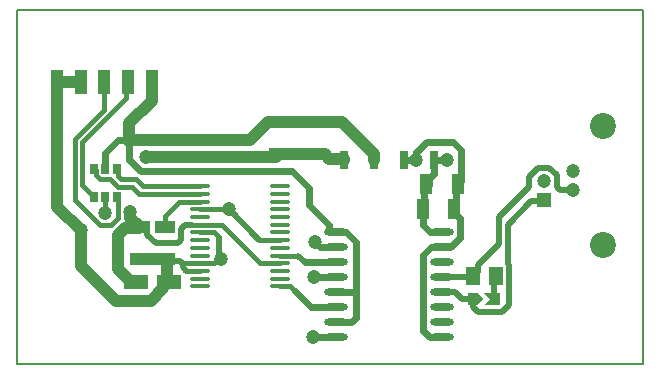
<source format=gtl>
G04*
G04 #@! TF.GenerationSoftware,Altium Limited,Altium Designer,19.1.7 (138)*
G04*
G04 Layer_Physical_Order=1*
G04 Layer_Color=255*
%FSLAX44Y44*%
%MOMM*%
G71*
G01*
G75*
%ADD10R,1.0000X2.0000*%
%ADD11C,0.2540*%
%ADD12R,1.3000X1.5000*%
%ADD13R,1.7000X1.1000*%
%ADD14R,1.1000X1.7000*%
%ADD15O,2.0000X0.6000*%
%ADD16R,0.8000X1.5000*%
%ADD17R,2.0000X1.2000*%
%ADD18O,1.8000X0.3500*%
%ADD19R,0.6500X0.9000*%
%ADD20C,1.0000*%
%ADD21C,0.4000*%
%ADD22C,0.6000*%
%ADD23C,0.5000*%
%ADD24C,0.2000*%
%ADD25C,2.2000*%
%ADD26R,1.2000X1.2000*%
%ADD27C,1.2000*%
G36*
X1372000Y1050000D02*
Y1060000D01*
X1380000D01*
X1385000Y1055000D01*
X1380000Y1050000D01*
X1372000D01*
D01*
D02*
G37*
G36*
X1385500Y1060000D02*
X1390500Y1055000D01*
X1385500Y1050000D01*
X1399000D01*
Y1060000D01*
X1385500D01*
D01*
D02*
G37*
D10*
X1064100Y1238600D02*
D03*
X1084100D02*
D03*
X1024100D02*
D03*
X1104100D02*
D03*
X1044100D02*
D03*
D11*
X1394000Y1055000D02*
D03*
X1379000D02*
D03*
D12*
X1376500Y1074000D02*
D03*
X1395500D02*
D03*
D13*
X1094000Y1115500D02*
D03*
Y1088500D02*
D03*
X1212000Y1204500D02*
D03*
Y1177500D02*
D03*
X1115000Y1115500D02*
D03*
Y1088500D02*
D03*
X1234000Y1204500D02*
D03*
Y1177500D02*
D03*
D14*
X1333500Y1131000D02*
D03*
X1360500D02*
D03*
X1336500Y1152000D02*
D03*
X1363500D02*
D03*
D15*
X1350000Y1022550D02*
D03*
Y1035250D02*
D03*
Y1047950D02*
D03*
Y1060650D02*
D03*
Y1073350D02*
D03*
Y1086050D02*
D03*
Y1098750D02*
D03*
Y1111450D02*
D03*
X1260000Y1022550D02*
D03*
Y1035250D02*
D03*
Y1047950D02*
D03*
Y1060650D02*
D03*
Y1073350D02*
D03*
Y1086050D02*
D03*
Y1098750D02*
D03*
Y1111450D02*
D03*
D16*
X1267000Y1173000D02*
D03*
X1292400D02*
D03*
X1317800D02*
D03*
X1343200D02*
D03*
D17*
X1091000Y1069000D02*
D03*
X1119000D02*
D03*
D18*
X1213000Y1065750D02*
D03*
Y1072250D02*
D03*
Y1078750D02*
D03*
Y1085250D02*
D03*
Y1091750D02*
D03*
Y1098250D02*
D03*
Y1104750D02*
D03*
Y1111250D02*
D03*
Y1117750D02*
D03*
Y1124250D02*
D03*
Y1130750D02*
D03*
Y1137250D02*
D03*
Y1143750D02*
D03*
Y1150250D02*
D03*
X1145000Y1065750D02*
D03*
Y1072250D02*
D03*
Y1078750D02*
D03*
Y1085250D02*
D03*
Y1091750D02*
D03*
Y1098250D02*
D03*
Y1104750D02*
D03*
Y1111250D02*
D03*
Y1117750D02*
D03*
Y1124250D02*
D03*
Y1130750D02*
D03*
Y1137250D02*
D03*
Y1143750D02*
D03*
Y1150250D02*
D03*
D19*
X1065000Y1165000D02*
D03*
X1055500Y1141000D02*
D03*
X1065000D02*
D03*
X1074500D02*
D03*
Y1165000D02*
D03*
X1055500D02*
D03*
D20*
X1024100Y1132900D02*
Y1238600D01*
Y1132900D02*
X1044000Y1113000D01*
X1085000Y1189500D02*
Y1203700D01*
X1104100Y1222800D02*
Y1238600D01*
X1085000Y1203700D02*
X1104100Y1222800D01*
X1024100Y1238600D02*
X1044100D01*
X1115000Y1069000D02*
X1119000D01*
X1044000Y1083100D02*
Y1113000D01*
X1086000Y1123500D02*
Y1129000D01*
X1117000Y1070000D02*
Y1087329D01*
X1073600Y1053500D02*
X1103500D01*
X1114000Y1064000D01*
Y1068000D01*
X1115000Y1069000D01*
X1044000Y1083100D02*
X1073600Y1053500D01*
X1209500Y1175000D02*
X1212000Y1177500D01*
X1099000Y1175000D02*
X1209500D01*
X1085000Y1189500D02*
X1187500D01*
X1086000Y1123500D02*
X1094000Y1115500D01*
X1202500Y1204500D02*
X1212000D01*
X1187500Y1189500D02*
X1202500Y1204500D01*
X1212000D02*
X1234000D01*
X1292400Y1173000D02*
Y1177600D01*
X1265500Y1204500D02*
X1292400Y1177600D01*
X1234000Y1204500D02*
X1265500D01*
X1250500Y1177500D02*
X1254643Y1173357D01*
X1266643D01*
X1267000Y1173000D01*
X1234000Y1177500D02*
X1250500D01*
X1212000D02*
X1234000D01*
X1094000Y1088500D02*
X1115000D01*
X1076000Y1109142D02*
X1081858Y1115000D01*
X1076000Y1080142D02*
Y1109142D01*
Y1080142D02*
X1086000Y1070142D01*
Y1070000D02*
Y1070142D01*
Y1070000D02*
X1087000Y1069000D01*
X1091000D01*
X1081858Y1115000D02*
X1093500D01*
X1094000Y1115500D01*
D21*
X1039000Y1138990D02*
X1060532Y1117458D01*
X1064100Y1215329D02*
Y1238600D01*
X1082236Y1224979D02*
Y1236736D01*
X1060532Y1117458D02*
X1069264D01*
X1074500Y1141000D02*
X1075438Y1140062D01*
Y1123632D02*
Y1140062D01*
X1069264Y1117458D02*
X1075438Y1123632D01*
X1045000Y1151500D02*
X1053000Y1143500D01*
X1054250D01*
X1055500Y1142250D01*
Y1141000D02*
Y1142250D01*
X1064898Y1127998D02*
Y1140898D01*
Y1127898D02*
Y1127998D01*
X1045000Y1151500D02*
Y1187743D01*
X1039000Y1138990D02*
Y1190229D01*
X1064100Y1215329D01*
X1045000Y1187743D02*
X1082236Y1224979D01*
Y1236736D02*
X1084100Y1238600D01*
X1068550Y1156500D02*
X1075550Y1149500D01*
X1060093Y1156500D02*
X1068550D01*
X1056750Y1159843D02*
X1060093Y1156500D01*
X1075550Y1149500D02*
X1087694D01*
X1075750Y1159200D02*
Y1163750D01*
Y1159200D02*
X1078450Y1156500D01*
X1090500D01*
X1096750Y1150250D01*
X1093444Y1143750D02*
X1145000D01*
X1087694Y1149500D02*
X1093444Y1143750D01*
X1056750Y1159843D02*
Y1163750D01*
X1156650Y1085250D02*
X1161000Y1089600D01*
X1145000Y1085250D02*
X1156650D01*
X1064800Y1127800D02*
X1064898Y1127898D01*
Y1140898D02*
X1065000Y1141000D01*
X1156850Y1111250D02*
X1161000Y1107100D01*
X1145000Y1111250D02*
X1156850D01*
X1213000Y1065750D02*
X1221250D01*
X1224200Y1062800D01*
X1213000Y1091750D02*
X1227750D01*
X1133279Y1078750D02*
X1145000D01*
X1130150Y1085250D02*
X1145000D01*
X1138103Y1117750D02*
X1145000D01*
X1096750Y1150250D02*
X1145000D01*
X1055500Y1165000D02*
X1056750Y1163750D01*
X1074500Y1165000D02*
X1075750Y1163750D01*
X1115000Y1125000D02*
X1127250Y1137250D01*
X1145000D01*
X1115000Y1115500D02*
Y1125000D01*
X1145000Y1130750D02*
X1169250D01*
X1195250Y1104750D02*
X1213000D01*
X1145000Y1117750D02*
X1163250D01*
X1195750Y1085250D01*
X1213000D01*
D22*
X1254015Y1111450D02*
Y1117435D01*
X1075600Y1189500D02*
X1085000D01*
X1065000Y1178900D02*
X1075600Y1189500D01*
X1065000Y1165000D02*
Y1178900D01*
X1085000Y1173000D02*
Y1189500D01*
Y1173000D02*
X1087460Y1170540D01*
Y1170220D02*
Y1170540D01*
Y1170220D02*
X1094680Y1163000D01*
X1223000D01*
X1237000Y1149000D01*
Y1134450D02*
Y1149000D01*
Y1134450D02*
X1254015Y1117435D01*
Y1111450D02*
X1260000D01*
X1233950Y1086050D02*
X1260000D01*
X1241350Y1073350D02*
X1260000D01*
X1239050Y1047950D02*
X1260000D01*
X1246250Y1098750D02*
X1260000D01*
X1242000Y1103000D02*
X1246250Y1098750D01*
X1240000Y1023000D02*
X1240450Y1022550D01*
X1260000D01*
X1277000Y1061000D02*
Y1103078D01*
Y1039000D02*
Y1061000D01*
X1276650Y1060650D02*
X1277000Y1061000D01*
X1260000Y1060650D02*
X1276650D01*
X1268628Y1111450D02*
X1277000Y1103078D01*
X1260000Y1111450D02*
X1268628D01*
X1273250Y1035250D02*
X1277000Y1039000D01*
X1260000Y1035250D02*
X1273250D01*
X1334000Y1028000D02*
X1339450Y1022550D01*
X1350000D01*
X1334000Y1028000D02*
Y1092000D01*
X1340750Y1098750D01*
X1350000D01*
X1361500Y1133576D02*
Y1150000D01*
X1360500Y1132576D02*
X1361500Y1133576D01*
X1357000Y1098750D02*
X1365000Y1106750D01*
Y1123500D01*
X1360500Y1128000D02*
X1365000Y1123500D01*
X1366000Y1154500D02*
Y1181000D01*
X1359000Y1188000D02*
X1366000Y1181000D01*
X1337000Y1188000D02*
X1359000D01*
X1339000Y1151500D02*
Y1157000D01*
X1343200Y1173000D02*
X1354000D01*
X1363500Y1152000D02*
X1366000Y1154500D01*
X1328000Y1173000D02*
Y1179000D01*
X1337000Y1188000D01*
X1317800Y1173000D02*
X1328000D01*
X1343200Y1161200D02*
Y1173000D01*
X1339000Y1157000D02*
X1343200Y1161200D01*
X1360500Y1131000D02*
Y1132576D01*
Y1128000D02*
Y1131000D01*
X1350000Y1098750D02*
X1357000D01*
X1339550Y1111450D02*
X1350000D01*
X1333500Y1131000D02*
X1335000Y1132500D01*
X1333472Y1130972D02*
X1333500Y1131000D01*
X1333472Y1117528D02*
X1339550Y1111450D01*
X1335000Y1132500D02*
Y1150500D01*
X1336500Y1152000D01*
X1333472Y1117528D02*
Y1130972D01*
X1361500Y1150000D02*
X1363500Y1152000D01*
X1317800Y1173000D02*
Y1176500D01*
D23*
X1378550Y1071950D02*
Y1076050D01*
X1398414Y1101414D02*
Y1124586D01*
X1380500Y1083500D02*
X1398414Y1101414D01*
X1380500Y1078000D02*
Y1083500D01*
X1378550Y1076050D02*
X1380500Y1078000D01*
X1373500Y1077000D02*
X1376500Y1074000D01*
X1378550Y1076050D01*
X1370850Y1073350D02*
X1373500Y1076000D01*
X1350000Y1073350D02*
X1370850D01*
X1405414Y1084450D02*
X1406500Y1083364D01*
Y1049500D02*
Y1083364D01*
X1405414Y1084450D02*
Y1117586D01*
X1401000Y1044000D02*
X1406500Y1049500D01*
X1380000Y1044000D02*
X1401000D01*
X1350000Y1060650D02*
X1361350D01*
X1367000Y1055000D01*
X1379000D01*
X1376000Y1048000D02*
X1380000Y1044000D01*
X1376000Y1052000D02*
X1379000Y1055000D01*
X1376000Y1048000D02*
Y1052000D01*
X1405414Y1117586D02*
X1425429Y1137600D01*
X1434601D01*
X1436000Y1139000D01*
X1398414Y1124586D02*
X1423757Y1149929D01*
Y1158370D01*
X1431427Y1166040D01*
X1440573D01*
X1447040Y1159573D01*
Y1149929D02*
Y1159573D01*
Y1149929D02*
X1449969Y1147000D01*
X1461000D01*
X1161702Y1088898D02*
X1162598D01*
X1161000Y1089600D02*
X1161702Y1088898D01*
X1161000Y1089600D02*
Y1107100D01*
X1224200Y1062800D02*
X1239050Y1047950D01*
X1227750Y1091750D02*
X1228250D01*
X1233950Y1086050D01*
X1130150Y1085250D02*
X1130350Y1085050D01*
Y1081679D02*
Y1085050D01*
Y1081679D02*
X1133279Y1078750D01*
X1117000Y1087329D02*
X1128071D01*
X1116171D02*
X1117000D01*
X1128071D02*
X1130150Y1085250D01*
X1115000Y1088500D02*
X1116171Y1087329D01*
X1132750Y1117750D02*
X1138103D01*
X1129000Y1114000D02*
X1132750Y1117750D01*
X1129000Y1105000D02*
Y1114000D01*
X1126000Y1102000D02*
X1129000Y1105000D01*
X1107500Y1102000D02*
X1126000D01*
X1169250Y1130750D02*
X1195250Y1104750D01*
X1100000Y1109500D02*
X1107500Y1102000D01*
X1100000Y1109500D02*
Y1112500D01*
X1097000Y1115500D02*
X1100000Y1112500D01*
X1094000Y1115500D02*
X1097000D01*
X1394000Y1072500D02*
X1395500Y1074000D01*
X1394000Y1055000D02*
Y1072500D01*
D24*
X1520000Y1000000D02*
Y1300000D01*
X990000Y1000000D02*
X1520000D01*
X990000D02*
Y1300000D01*
X1520000D01*
D25*
X1486000Y1201000D02*
D03*
Y1101000D02*
D03*
D26*
X1436000Y1139000D02*
D03*
D27*
X1461000Y1147000D02*
D03*
X1436000Y1155000D02*
D03*
X1461000Y1163000D02*
D03*
X1064898Y1127998D02*
D03*
X1085000Y1189500D02*
D03*
X1044000Y1113000D02*
D03*
X1162598Y1088898D02*
D03*
X1086000Y1129000D02*
D03*
X1169250Y1130750D02*
D03*
X1099000Y1175000D02*
D03*
X1241350Y1073350D02*
D03*
X1242000Y1103000D02*
D03*
X1240450Y1022550D02*
D03*
X1354000Y1173000D02*
D03*
X1328000D02*
D03*
M02*

</source>
